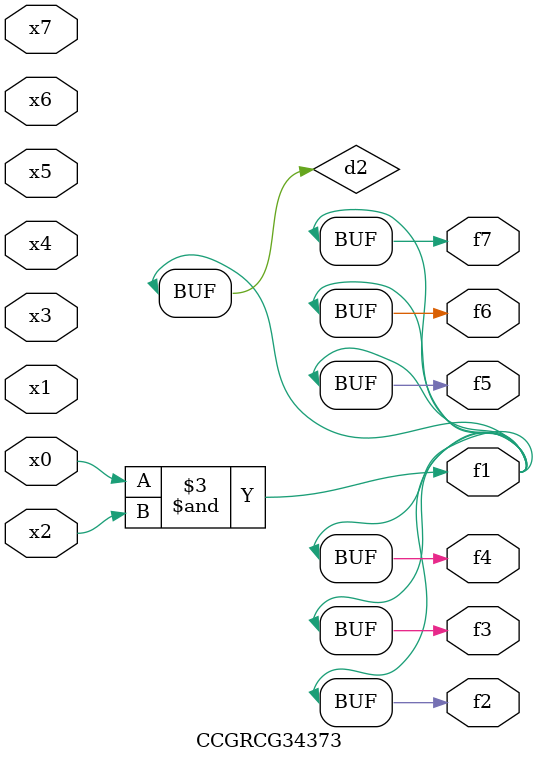
<source format=v>
module CCGRCG34373(
	input x0, x1, x2, x3, x4, x5, x6, x7,
	output f1, f2, f3, f4, f5, f6, f7
);

	wire d1, d2;

	nor (d1, x3, x6);
	and (d2, x0, x2);
	assign f1 = d2;
	assign f2 = d2;
	assign f3 = d2;
	assign f4 = d2;
	assign f5 = d2;
	assign f6 = d2;
	assign f7 = d2;
endmodule

</source>
